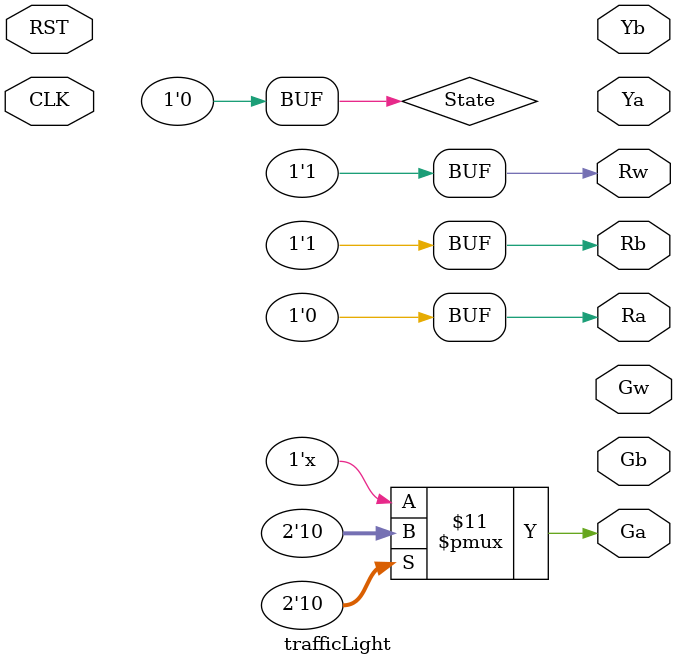
<source format=v>
module trafficLight(CLK, RST, Ga, Ya, Ra, Gb, Yb, Rb, Gw, Rw);
input CLK, RST;
output Ga, Ya, Ra, Gb, Yb, Rb, Gw, Rw;

reg Counter, FinishTime, State, NextState, Ga, Ya, Ra, Gb, Yb, Rb, Gw, Rw;

initial
begin
Counter = 0;
State = 0;
end

always @(RST)
begin
	if (RST == 1)
	begin
		Counter <= 0;
		State <= 6;
	end
	else
	State = 0;
end


always @(posedge CLK)
begin
	Counter = Counter + 1;
	if(State == 5)
		Rw = ~Rw;
	if (Counter == FinishTime)
		begin
			State = NextState;
			Counter = 0;
		end
end



always @(State)
begin
	case (State)
	0:	
		begin
			NextState <= 1;
			FinishTime <= 6;
			Ra <= 0;
			{Ga, Rb, Rw} <= 3'b111;
		end

	1:
		begin
			NextState <= 2;
			FinishTime <= 4;
			Ga <= 0;
		end

	2:
		begin
			NextState <= 3;
			FinishTime <= 6;
			{Ya, Rb} <= 2'b00;
			{Ra, Gb} <= 2'b11;
		end

	3:
		begin
			NextState <= 4;
			FinishTime <= 2;
			Gb <= 0;
			Yb <= 1;
		end

	4:
		begin
			NextState <= 5;
			FinishTime <= 4;
			{Yb, Rw} <= 2'b00;
			{Rb, Gw} <= 2'b11;
		end

	5:
		begin
			NextState <= 0;
			FinishTime <= 4;
			Gw <= 0;
			Rw <= 1;
		end

	6:
		begin
			NextState <= 6;
			FinishTime <= 2;
			{Ya, Ga, Yb, Ga, Gw} <= 5'b00000;
			{Ra, Rb, Rw} <= ~{Ra, Rb, Rw};
		end
	endcase
end

endmodule

</source>
